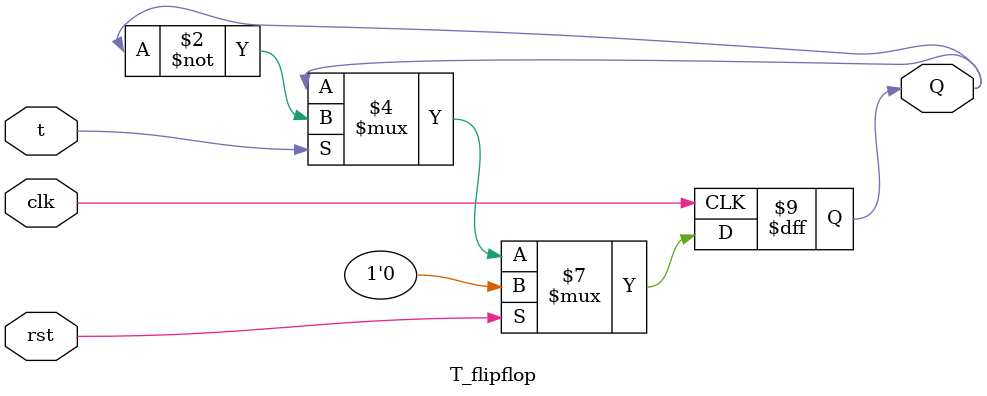
<source format=v>
`timescale 1ns / 1ps


module T_flipflop(
input t, clk , rst,
output reg Q
    );
    always@(posedge clk)   
    begin 
    if(rst) Q<= 1'b0;
    
    else begin 
    if(t)
    Q<=~Q;
    else 
    Q<=Q;
    end 
    end 
     
endmodule

</source>
